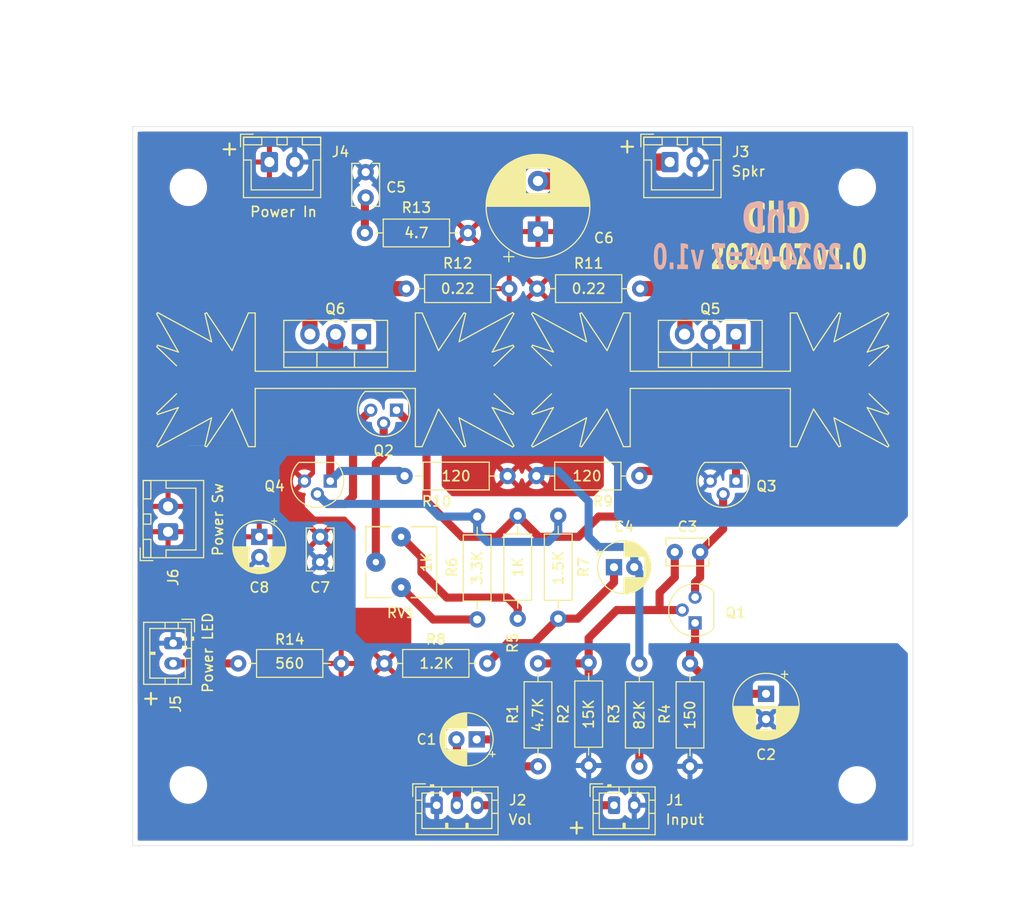
<source format=kicad_pcb>
(kicad_pcb (version 20240108) (generator "pcbnew") (generator_version "8.0")
  (title_block (title "Class AB Utility Audio Amplifier") (date "2024-09-01") (rev "1.1") (company "Chrisma Design"))
  (layers (0 "F.Cu" signal) (31 "B.Cu" signal) (36 "B.SilkS" user "B.Silkscreen") (37 "F.SilkS" user "F.Silkscreen") (38 "B.Mask" user) (39 "F.Mask" user) (44 "Edge.Cuts" user))
  (net 0 "")
  (net 1 "Net-(J2-Pin_2)")
  (net 2 "Net-(C1-Pad1)")
  (net 3 "Net-(Q1-E)")
  (net 4 "GND")
  (net 5 "Net-(Q1-C)")
  (net 6 "Net-(Q1-B)")
  (net 7 "Net-(C4-Pad2)")
  (net 8 "Net-(C4-Pad1)")
  (net 9 "Net-(C5-Pad1)")
  (net 10 "Net-(J3-Pin_1)")
  (net 11 "+12V")
  (net 12 "Net-(Q2-B)")
  (net 13 "Net-(Q2-C)")
  (net 14 "Net-(Q3-E)")
  (net 15 "Net-(Q4-E)")
  (net 16 "Net-(Q5-E)")
  (net 17 "Net-(Q6-E)")
  (net 18 "Net-(R5-Pad1)")
  (net 19 "Net-(R6-Pad2)")
  (net 20 "Net-(J5-Pin_2)")
  (net 21 "Net-(J1-Pin_1)")
  (net 22 "Net-(J4-Pin_1)")
  (footprint "Resistor_THT:R_Axial_DIN0207_L6.3mm_D2.5mm_P10.16mm_Horizontal" (layer "F.Cu") (at 133 124 -90)
    (property "Reference" "R3" (at 5 2.5 90) (layer "F.SilkS") (effects (font (thickness 0.16))))
    (property "Value" "82K" (at 5.08 0 90) (layer "F.SilkS") (effects (font (thickness 0.16))))
    (pad "1" thru_hole circle (at 0 0 270) (size 1.6 1.6) (drill 0.8) (layers "*.Cu" "*.Mask") (net 7 "Net-(C4-Pad2)"))
    (pad "2" thru_hole oval (at 10.16 0 270) (size 1.6 1.6) (drill 0.8) (layers "*.Cu" "*.Mask") (net 6 "Net-(Q1-B)"))
  )
  (footprint "Resistor_THT:R_Axial_DIN0207_L6.3mm_D2.5mm_P10.16mm_Horizontal" (layer "F.Cu") (at 93.42 124)
    (property "Reference" "R14" (at 5.08 -2.37 0) (layer "F.SilkS") (effects (font (thickness 0.16))))
    (property "Value" "560" (at 5.08 0 0) (layer "F.SilkS") (effects (font (thickness 0.16))))
    (pad "1" thru_hole circle (at 0 0) (size 1.6 1.6) (drill 0.8) (layers "*.Cu" "*.Mask") (net 20 "Net-(J5-Pin_2)"))
    (pad "2" thru_hole oval (at 10.16 0) (size 1.6 1.6) (drill 0.8) (layers "*.Cu" "*.Mask") (net 11 "+12V"))
  )
  (footprint "MountingHole:MountingHole_3.2mm_M3_ISO7380" (layer "F.Cu") (at 88.5 77)
    (property "Reference" "H1" (hide yes))
    (property "Value" "MountingHole")
    (pad "" np_thru_hole circle (at 0 0) (size 3.2 3.2) (drill 3.2) (layers "*.Cu" "*.Mask"))
  )
  (footprint "Package_TO_SOT_THT:TO-92" (layer "F.Cu") (at 102.5 106 180)
    (property "Reference" "Q4" (at 5.5 -0.5 180) (layer "F.SilkS") (effects (font (thickness 0.16))))
    (property "Value" "2N3904")
    (pad "1" thru_hole rect (at 0 0 180) (size 1.3 1.3) (drill 0.75) (layers "*.Cu" "*.Mask") (net 15 "Net-(Q4-E)"))
    (pad "2" thru_hole circle (at 1.27 -1.27 180) (size 1.3 1.3) (drill 0.75) (layers "*.Cu" "*.Mask") (net 13 "Net-(Q2-C)"))
    (pad "3" thru_hole circle (at 2.54 0 180) (size 1.3 1.3) (drill 0.75) (layers "*.Cu" "*.Mask") (net 11 "+12V"))
  )
  (footprint "Resistor_THT:R_Axial_DIN0207_L6.3mm_D2.5mm_P10.16mm_Horizontal" (layer "F.Cu") (at 107.84 124)
    (property "Reference" "R8" (at 5.08 -2.37 0) (layer "F.SilkS") (effects (font (thickness 0.16))))
    (property "Value" "1.2K" (at 5.16 0 0) (layer "F.SilkS") (effects (font (thickness 0.16))))
    (pad "1" thru_hole circle (at 0 0) (size 1.6 1.6) (drill 0.8) (layers "*.Cu" "*.Mask") (net 11 "+12V"))
    (pad "2" thru_hole oval (at 10.16 0) (size 1.6 1.6) (drill 0.8) (layers "*.Cu" "*.Mask") (net 8 "Net-(C4-Pad1)"))
  )
  (footprint "Capacitor_THT:C_Rect_L4.0mm_W2.5mm_P2.50mm" (layer "F.Cu") (at 101.5 111.5 -90)
    (property "Reference" "C7" (at 5 0 180) (layer "F.SilkS") (effects (font (thickness 0.16))))
    (property "Value" "0.1")
    (pad "1" thru_hole circle (at 0 0 270) (size 1.6 1.6) (drill 0.8) (layers "*.Cu" "*.Mask") (net 11 "+12V"))
    (pad "2" thru_hole circle (at 2.5 0 270) (size 1.6 1.6) (drill 0.8) (layers "*.Cu" "*.Mask") (net 4 "GND"))
  )
  (footprint "Amplifier:Potentiometer_Nidec_CT-6_Vertical" (layer "F.Cu") (at 109.5 114 90)
    (property "Reference" "RV1" (at -5 0 0) (layer "F.SilkS") (effects (font (thickness 0.16))))
    (property "Value" "1K" (at 0 2.5 90) (layer "F.SilkS") (effects (font (thickness 0.16))))
    (pad "1" thru_hole circle (at -2.5 0 90) (size 1.905 1.905) (drill 0.635) (layers "*.Cu" "*.Mask") (net 19 "Net-(R6-Pad2)"))
    (pad "2" thru_hole circle (at 0 -2.5 90) (size 1.905 1.905) (drill 0.635) (layers "*.Cu" "*.Mask") (net 12 "Net-(Q2-B)"))
    (pad "3" thru_hole circle (at 2.5 0 90) (size 1.905 1.905) (drill 0.635) (layers "*.Cu" "*.Mask") (net 18 "Net-(R5-Pad1)"))
  )
  (footprint "Amplifier:Aavid_531002B00000G_35x13mm" (layer "F.Cu") (at 103 96)
    (property "Reference" "HS1" (hide yes))
    (property "Value" "Heatsink" (hide yes))
  )
  (footprint "Package_TO_SOT_THT:TO-220-3_Vertical" (layer "F.Cu") (at 142.54 91.5 180)
    (property "Reference" "Q5" (at 2.54 2.5 0) (layer "F.SilkS") (effects (font (thickness 0.16))))
    (property "Value" "TIP32C")
    (pad "1" thru_hole rect (at 0 0 180) (size 1.905 2) (drill 1.1) (layers "*.Cu" "*.Mask") (net 14 "Net-(Q3-E)"))
    (pad "2" thru_hole oval (at 2.54 0 180) (size 1.905 2) (drill 1.1) (layers "*.Cu" "*.Mask") (net 4 "GND"))
    (pad "3" thru_hole oval (at 5.08 0 180) (size 1.905 2) (drill 1.1) (layers "*.Cu" "*.Mask") (net 16 "Net-(Q5-E)"))
  )
  (footprint "Package_TO_SOT_THT:TO-92" (layer "F.Cu") (at 138.5 120 90)
    (property "Reference" "Q1" (at 1 4 0) (layer "F.SilkS") (effects (font (thickness 0.16))))
    (property "Value" "2N3904")
    (pad "1" thru_hole rect (at 0 0 90) (size 1.3 1.3) (drill 0.75) (layers "*.Cu" "*.Mask") (net 3 "Net-(Q1-E)"))
    (pad "2" thru_hole circle (at 1.27 -1.27 90) (size 1.3 1.3) (drill 0.75) (layers "*.Cu" "*.Mask") (net 6 "Net-(Q1-B)"))
    (pad "3" thru_hole circle (at 2.54 0 90) (size 1.3 1.3) (drill 0.75) (layers "*.Cu" "*.Mask") (net 5 "Net-(Q1-C)"))
  )
  (footprint "MountingHole:MountingHole_3.2mm_M3_ISO7380" (layer "F.Cu") (at 154.5 136)
    (property "Reference" "H4" (hide yes))
    (property "Value" "MountingHole")
    (pad "" np_thru_hole circle (at 0 0) (size 3.2 3.2) (drill 3.2) (layers "*.Cu" "*.Mask"))
  )
  (footprint "Resistor_THT:R_Axial_DIN0207_L6.3mm_D2.5mm_P10.16mm_Horizontal" (layer "F.Cu") (at 120 105.5 180)
    (property "Reference" "R10" (at 7 -2.5 0) (layer "F.SilkS") (effects (font (thickness 0.16))))
    (property "Value" "120" (at 5.08 0 0) (layer "F.SilkS") (effects (font (thickness 0.16))))
    (pad "1" thru_hole circle (at 0 0 180) (size 1.6 1.6) (drill 0.8) (layers "*.Cu" "*.Mask") (net 7 "Net-(C4-Pad2)"))
    (pad "2" thru_hole oval (at 10.16 0 180) (size 1.6 1.6) (drill 0.8) (layers "*.Cu" "*.Mask") (net 15 "Net-(Q4-E)"))
  )
  (footprint "Connector_JST:JST_PH_B2B-PH-K_1x02_P2.00mm_Vertical" (layer "F.Cu") (at 87 122 -90)
    (property "Reference" "J5" (at 6 -0.25 90) (layer "F.SilkS") (effects (font (thickness 0.16))))
    (property "Value" "Power LED")
    (pad "1" thru_hole roundrect (at 0 0 270) (size 1.2 1.75) (drill 0.75) (layers "*.Cu" "*.Mask") (roundrect_rratio 0.208333) (net 4 "GND"))
    (pad "2" thru_hole oval (at 2 0 270) (size 1.2 1.75) (drill 0.75) (layers "*.Cu" "*.Mask") (net 20 "Net-(J5-Pin_2)"))
  )
  (footprint "Resistor_THT:R_Axial_DIN0207_L6.3mm_D2.5mm_P10.16mm_Horizontal" (layer "F.Cu") (at 128 123.92 -90)
    (property "Reference" "R2" (at 5.08 2.5 90) (layer "F.SilkS") (effects (font (thickness 0.16))))
    (property "Value" "15K" (at 5.08 0 90) (layer "F.SilkS") (effects (font (thickness 0.16))))
    (pad "1" thru_hole circle (at 0 0 270) (size 1.6 1.6) (drill 0.8) (layers "*.Cu" "*.Mask") (net 6 "Net-(Q1-B)"))
    (pad "2" thru_hole oval (at 10.16 0 270) (size 1.6 1.6) (drill 0.8) (layers "*.Cu" "*.Mask") (net 4 "GND"))
  )
  (footprint "Capacitor_THT:CP_Radial_D5.0mm_P2.00mm" (layer "F.Cu") (at 130.5 114.5)
    (property "Reference" "C4" (at 1 -4 0) (layer "F.SilkS") (effects (font (thickness 0.16))))
    (property "Value" "68u")
    (pad "1" thru_hole rect (at 0 0) (size 1.6 1.6) (drill 0.8) (layers "*.Cu" "*.Mask") (net 8 "Net-(C4-Pad1)"))
    (pad "2" thru_hole circle (at 2 0) (size 1.6 1.6) (drill 0.8) (layers "*.Cu" "*.Mask") (net 7 "Net-(C4-Pad2)"))
  )
  (footprint "Resistor_THT:R_Axial_DIN0207_L6.3mm_D2.5mm_P10.16mm_Horizontal" (layer "F.Cu") (at 122.84 105.5)
    (property "Reference" "R9" (at 6.58 2.5 0) (layer "F.SilkS") (effects (font (thickness 0.16))))
    (property "Value" "120" (at 5 0 0) (layer "F.SilkS") (effects (font (thickness 0.16))))
    (pad "1" thru_hole circle (at 0 0) (size 1.6 1.6) (drill 0.8) (layers "*.Cu" "*.Mask") (net 7 "Net-(C4-Pad2)"))
    (pad "2" thru_hole oval (at 10.16 0) (size 1.6 1.6) (drill 0.8) (layers "*.Cu" "*.Mask") (net 14 "Net-(Q3-E)"))
  )
  (footprint "MountingHole:MountingHole_3.2mm_M3_ISO7380" (layer "F.Cu") (at 154.5 77)
    (property "Reference" "H2" (hide yes))
    (property "Value" "MountingHole")
    (pad "" np_thru_hole circle (at 0 0) (size 3.2 3.2) (drill 3.2) (layers "*.Cu" "*.Mask"))
  )
  (footprint "Resistor_THT:R_Axial_DIN0207_L6.3mm_D2.5mm_P10.16mm_Horizontal" (layer "F.Cu") (at 116.08 81.5 180)
    (property "Reference" "R13" (at 5.08 2.5 0) (layer "F.SilkS") (effects (font (thickness 0.16))))
    (property "Value" "4.7" (at 5.08 0 0) (layer "F.SilkS") (effects (font (thickness 0.16))))
    (pad "1" thru_hole circle (at 0 0 180) (size 1.6 1.6) (drill 0.8) (layers "*.Cu" "*.Mask") (net 7 "Net-(C4-Pad2)"))
    (pad "2" thru_hole oval (at 10.16 0 180) (size 1.6 1.6) (drill 0.8) (layers "*.Cu" "*.Mask") (net 9 "Net-(C5-Pad1)"))
  )
  (footprint "Capacitor_THT:CP_Radial_D10.0mm_P5.00mm" (layer "F.Cu") (at 123 81.367677 90)
    (property "Reference" "C6" (at -0.632323 6.5 180) (layer "F.SilkS") (effects (font (thickness 0.16))))
    (property "Value" "470u")
    (pad "1" thru_hole rect (at 0 0 90) (size 2 2) (drill 1) (layers "*.Cu" "*.Mask") (net 7 "Net-(C4-Pad2)"))
    (pad "2" thru_hole circle (at 5 0 90) (size 2 2) (drill 1) (layers "*.Cu" "*.Mask") (net 10 "Net-(J3-Pin_1)"))
  )
  (footprint "Capacitor_THT:CP_Radial_D5.0mm_P2.00mm" (layer "F.Cu") (at 95.5 111.5 -90)
    (property "Reference" "C8" (at 5 0 180) (layer "F.SilkS") (effects (font (thickness 0.16))))
    (property "Value" "100u")
    (pad "1" thru_hole rect (at 0 0 270) (size 1.6 1.6) (drill 0.8) (layers "*.Cu" "*.Mask") (net 11 "+12V"))
    (pad "2" thru_hole circle (at 2 0 270) (size 1.6 1.6) (drill 0.8) (layers "*.Cu" "*.Mask") (net 4 "GND"))
  )
  (footprint "Capacitor_THT:C_Rect_L4.0mm_W2.5mm_P2.50mm" (layer "F.Cu") (at 136.5 113)
    (property "Reference" "C3" (at 1.25 -2.5 0) (layer "F.SilkS") (effects (font (thickness 0.16))))
    (property "Value" "22p")
    (pad "1" thru_hole circle (at 0 0) (size 1.6 1.6) (drill 0.8) (layers "*.Cu" "*.Mask") (net 6 "Net-(Q1-B)"))
    (pad "2" thru_hole circle (at 2.5 0) (size 1.6 1.6) (drill 0.8) (layers "*.Cu" "*.Mask") (net 5 "Net-(Q1-C)"))
  )
  (footprint "MountingHole:MountingHole_3.2mm_M3_ISO7380" (layer "F.Cu") (at 88.5 136)
    (property "Reference" "H3" (hide yes))
    (property "Value" "MountingHole")
    (pad "" np_thru_hole circle (at 0 0) (size 3.2 3.2) (drill 3.2) (layers "*.Cu" "*.Mask"))
  )
  (footprint "Resistor_THT:R_Axial_DIN0207_L6.3mm_D2.5mm_P10.16mm_Horizontal" (layer "F.Cu") (at 117 109.5 -90)
    (property "Reference" "R6" (at 5 2.5 90) (layer "F.SilkS") (effects (font (thickness 0.16))))
    (property "Value" "3.3K" (at 5.08 0 90) (layer "F.SilkS") (effects (font (thickness 0.16))))
    (pad "1" thru_hole circle (at 0 0 270) (size 1.6 1.6) (drill 0.8) (layers "*.Cu" "*.Mask") (net 13 "Net-(Q2-C)"))
    (pad "2" thru_hole oval (at 10.16 0 270) (size 1.6 1.6) (drill 0.8) (layers "*.Cu" "*.Mask") (net 19 "Net-(R6-Pad2)"))
  )
  (footprint "Resistor_THT:R_Axial_DIN0207_L6.3mm_D2.5mm_P10.16mm_Horizontal" (layer "F.Cu") (at 125 119.58 90)
    (property "Reference" "R7" (at 5.08 2.5 90) (layer "F.SilkS") (effects (font (thickness 0.16))))
    (property "Value" "1.5K" (at 5 0 90) (layer "F.SilkS") (effects (font (thickness 0.16))))
    (pad "1" thru_hole circle (at 0 0 90) (size 1.6 1.6) (drill 0.8) (layers "*.Cu" "*.Mask") (net 8 "Net-(C4-Pad1)"))
    (pad "2" thru_hole oval (at 10.16 0 90) (size 1.6 1.6) (drill 0.8) (layers "*.Cu" "*.Mask") (net 13 "Net-(Q2-C)"))
  )
  (footprint "Connector_JST:JST_PH_B3B-PH-K_1x03_P2.00mm_Vertical" (layer "F.Cu") (at 113 138)
    (property "Reference" "J2" (at 8 -0.5 0) (layer "F.SilkS") (effects (font (thickness 0.16))))
    (property "Value" "Volume")
    (pad "1" thru_hole roundrect (at 0 0) (size 1.2 1.75) (drill 0.75) (layers "*.Cu" "*.Mask") (roundrect_rratio 0.208333) (net 4 "GND"))
    (pad "2" thru_hole oval (at 2 0) (size 1.2 1.75) (drill 0.75) (layers "*.Cu" "*.Mask") (net 1 "Net-(J2-Pin_2)"))
    (pad "3" thru_hole oval (at 4 0) (size 1.2 1.75) (drill 0.75) (layers "*.Cu" "*.Mask") (net 21 "Net-(J1-Pin_1)"))
  )
  (footprint "Capacitor_THT:CP_Radial_D6.3mm_P2.50mm" (layer "F.Cu") (at 145.5 127 -90)
    (property "Reference" "C2" (at 6 0 0) (layer "F.SilkS") (effects (font (thickness 0.16))))
    (property "Value" "220u")
    (pad "1" thru_hole rect (at 0 0 270) (size 1.6 1.6) (drill 0.8) (layers "*.Cu" "*.Mask") (net 3 "Net-(Q1-E)"))
    (pad "2" thru_hole circle (at 2.5 0 270) (size 1.6 1.6) (drill 0.8) (layers "*.Cu" "*.Mask") (net 4 "GND"))
  )
  (footprint "Package_TO_SOT_THT:TO-92" (layer "F.Cu") (at 109.04 99 180)
    (property "Reference" "Q2" (at 1.27 -4 180) (layer "F.SilkS") (effects (font (thickness 0.16))))
    (property "Value" "2N3904")
    (pad "1" thru_hole rect (at 0 0 180) (size 1.3 1.3) (drill 0.75) (layers "*.Cu" "*.Mask") (net 5 "Net-(Q1-C)"))
    (pad "2" thru_hole circle (at 1.27 -1.27 180) (size 1.3 1.3) (drill 0.75) (layers "*.Cu" "*.Mask") (net 12 "Net-(Q2-B)"))
    (pad "3" thru_hole circle (at 2.54 0 180) (size 1.3 1.3) (drill 0.75) (layers "*.Cu" "*.Mask") (net 13 "Net-(Q2-C)"))
  )
  (footprint "Amplifier:Aavid_531002B00000G_35x13mm" (layer "F.Cu") (at 140 96)
    (property "Reference" "HS2" (hide yes))
    (property "Value" "Heatsink" (hide yes))
  )
  (footprint "Package_TO_SOT_THT:TO-220-3_Vertical" (layer "F.Cu") (at 105.58 91.5 180)
    (property "Reference" "Q6" (at 2.58 2.5 0) (layer "F.SilkS") (effects (font (thickness 0.16))))
    (property "Value" "TIP31C")
    (pad "1" thru_hole rect (at 0 0 180) (size 1.905 2) (drill 1.1) (layers "*.Cu" "*.Mask") (net 15 "Net-(Q4-E)"))
    (pad "2" thru_hole oval (at 2.54 0 180) (size 1.905 2) (drill 1.1) (layers "*.Cu" "*.Mask") (net 11 "+12V"))
    (pad "3" thru_hole oval (at 5.08 0 180) (size 1.905 2) (drill 1.1) (layers "*.Cu" "*.Mask") (net 17 "Net-(Q6-E)"))
  )
  (footprint "Connector_JST:JST_XH_B2B-XH-A_1x02_P2.50mm_Vertical" (layer "F.Cu") (at 86.5 111 90)
    (property "Reference" "J6" (at -4.5 0.5 90) (layer "F.SilkS") (effects (font (thickness 0.16))))
    (property "Value" "Power Switch")
    (pad "1" thru_hole roundrect (at 0 0 90) (size 1.7 2) (drill 1) (layers "*.Cu" "*.Mask") (roundrect_rratio 0.147059) (net 11 "+12V"))
    (pad "2" thru_hole oval (at 2.5 0 90) (size 1.7 2) (drill 1) (layers "*.Cu" "*.Mask") (net 22 "Net-(J4-Pin_1)"))
  )
  (footprint "Resistor_THT:R_Axial_DIN0207_L6.3mm_D2.5mm_P10.16mm_Horizontal" (layer "F.Cu") (at 122.92 87)
    (property "Reference" "R11" (at 5.08 -2.5 0) (layer "F.SilkS") (effects (font (thickness 0.16))))
    (property "Value" "0.22" (at 5.08 0 0) (layer "F.SilkS") (effects (font (thickness 0.16))))
    (pad "1" thru_hole circle (at 0 0) (size 1.6 1.6) (drill 0.8) (layers "*.Cu" "*.Mask") (net 7 "Net-(C4-Pad2)"))
    (pad "2" thru_hole oval (at 10.16 0) (size 1.6 1.6) (drill 0.8) (layers "*.Cu" "*.Mask") (net 16 "Net-(Q5-E)"))
  )
  (footprint "Resistor_THT:R_Axial_DIN0207_L6.3mm_D2.5mm_P10.16mm_Horizontal" (layer "F.Cu") (at 123 124 -90)
    (property "Reference" "R1" (at 5 2.5 90) (layer "F.SilkS") (effects (font (thickness 0.16))))
    (property "Value" "4.7K" (at 5.08 0 90) (layer "F.SilkS") (effects (font (thickness 0.16))))
    (pad "1" thru_hole circle (at 0 0 270) (size 1.6 1.6) (drill 0.8) (layers "*.Cu" "*.Mask") (net 6 "Net-(Q1-B)"))
    (pad "2" thru_hole oval (at 10.16 0 270) (size 1.6 1.6) (drill 0.8) (layers "*.Cu" "*.Mask") (net 2 "Net-(C1-Pad1)"))
  )
  (footprint "Capacitor_THT:C_Rect_L4.0mm_W2.5mm_P2.50mm" (layer "F.Cu") (at 106 78 90)
    (property "Reference" "C5" (at 1 3 180) (layer "F.SilkS") (effects (font (thickness 0.16))))
    (property "Value" "0.1")
    (pad "1" thru_hole circle (at 0 0 90) (size 1.6 1.6) (drill 0.8) (layers "*.Cu" "*.Mask") (net 9 "Net-(C5-Pad1)"))
    (pad "2" thru_hole circle (at 2.5 0 90) (size 1.6 1.6) (drill 0.8) (layers "*.Cu" "*.Mask") (net 4 "GND"))
  )
  (footprint "Resistor_THT:R_Axial_DIN0207_L6.3mm_D2.5mm_P10.16mm_Horizontal" (layer "F.Cu") (at 121 119.58 90)
    (property "Reference" "R5" (at -2.42 -0.5 90) (layer "F.SilkS") (effects (font (thickness 0.16))))
    (property "Value" "1K" (at 5.08 0 90) (layer "F.SilkS") (effects (font (thickness 0.16))))
    (pad "1" thru_hole circle (at 0 0 90) (size 1.6 1.6) (drill 0.8) (layers "*.Cu" "*.Mask") (net 18 "Net-(R5-Pad1)"))
    (pad "2" thru_hole oval (at 10.16 0 90) (size 1.6 1.6) (drill 0.8) (layers "*.Cu" "*.Mask") (net 5 "Net-(Q1-C)"))
  )
  (footprint "Resistor_THT:R_Axial_DIN0207_L6.3mm_D2.5mm_P10.16mm_Horizontal" (layer "F.Cu") (at 138 124 -90)
    (property "Reference" "R4" (at 5 2.5 90) (layer "F.SilkS") (effects (font (thickness 0.16))))
    (property "Value" "150" (at 5.08 0 90) (layer "F.SilkS") (effects (font (thickness 0.16))))
    (pad "1" thru_hole circle (at 0 0 270) (size 1.6 1.6) (drill 0.8) (layers "*.Cu" "*.Mask") (net 3 "Net-(Q1-E)"))
    (pad "2" thru_hole oval (at 10.16 0 270) (size 1.6 1.6) (drill 0.8) (layers "*.Cu" "*.Mask") (net 4 "GND"))
  )
  (footprint "Resistor_THT:R_Axial_DIN0207_L6.3mm_D2.5mm_P10.16mm_Horizontal" (layer "F.Cu") (at 110 87)
    (property "Reference" "R12" (at 5.08 -2.5 0) (layer "F.SilkS") (effects (font (thickness 0.16))))
    (property "Value" "0.22" (at 5.08 0 0) (layer "F.SilkS") (effects (font (thickness 0.16))))
    (pad "1" thru_hole circle (at 0 0) (size 1.6 1.6) (drill 0.8) (layers "*.Cu" "*.Mask") (net 17 "Net-(Q6-E)"))
    (pad "2" thru_hole oval (at 10.16 0) (size 1.6 1.6) (drill 0.8) (layers "*.Cu" "*.Mask") (net 7 "Net-(C4-Pad2)"))
  )
  (footprint "Capacitor_THT:CP_Radial_D5.0mm_P2.00mm" (layer "F.Cu") (at 116.955113 131.5 180)
    (property "Reference" "C1" (at 4.955113 0 0) (layer "F.SilkS") (effects (font (thickness 0.16))))
    (property "Value" "100u")
    (pad "1" thru_hole rect (at 0 0 180) (size 1.6 1.6) (drill 0.8) (layers "*.Cu" "*.Mask") (net 2 "Net-(C1-Pad1)"))
    (pad "2" thru_hole circle (at 2 0 180) (size 1.6 1.6) (drill 0.8) (layers "*.Cu" "*.Mask") (net 1 "Net-(J2-Pin_2)"))
  )
  (footprint "Connector_JST:JST_XH_B2B-XH-A_1x02_P2.50mm_Vertical" (layer "F.Cu") (at 96.5 74.5)
    (property "Reference" "J4" (at 7 -1 0) (layer "F.SilkS") (effects (font (thickness 0.16))))
    (property "Value" "Power In")
    (pad "1" thru_hole roundrect (at 0 0) (size 1.7 2) (drill 1) (layers "*.Cu" "*.Mask") (roundrect_rratio 0.147059) (net 22 "Net-(J4-Pin_1)"))
    (pad "2" thru_hole oval (at 2.5 0) (size 1.7 2) (drill 1) (layers "*.Cu" "*.Mask") (net 4 "GND"))
  )
  (footprint "Connector_JST:JST_XH_B2B-XH-A_1x02_P2.50mm_Vertical" (layer "F.Cu") (at 136 74.5)
    (property "Reference" "J3" (at 7 -1 0) (layer "F.SilkS") (effects (font (thickness 0.16))))
    (property "Value" "Speaker")
    (pad "1" thru_hole roundrect (at 0 0) (size 1.7 2) (drill 1) (layers "*.Cu" "*.Mask") (roundrect_rratio 0.147059) (net 10 "Net-(J3-Pin_1)"))
    (pad "2" thru_hole oval (at 2.5 0) (size 1.7 2) (drill 1) (layers "*.Cu" "*.Mask") (net 4 "GND"))
  )
  (footprint "Package_TO_SOT_THT:TO-92" (layer "F.Cu") (at 142.54 106 180)
    (property "Reference" "Q3" (at -3 -0.5 180) (layer "F.SilkS") (effects (font (thickness 0.16))))
    (property "Value" "2N3906")
    (pad "1" thru_hole rect (at 0 0 180) (size 1.3 1.3) (drill 0.75) (layers "*.Cu" "*.Mask") (net 14 "Net-(Q3-E)"))
    (pad "2" thru_hole circle (at 1.27 -1.27 180) (size 1.3 1.3) (drill 0.75) (layers "*.Cu" "*.Mask") (net 5 "Net-(Q1-C)"))
    (pad "3" thru_hole circle (at 2.54 0 180) (size 1.3 1.3) (drill 0.75) (layers "*.Cu" "*.Mask") (net 4 "GND"))
  )
  (footprint "Connector_JST:JST_PH_B2B-PH-K_1x02_P2.00mm_Vertical" (layer "F.Cu") (at 130.5 138)
    (property "Reference" "J1" (at 6 -0.5 0) (layer "F.SilkS") (effects (font (thickness 0.16))))
    (property "Value" "Audio In")
    (pad "1" thru_hole roundrect (at 0 0) (size 1.2 1.75) (drill 0.75) (layers "*.Cu" "*.Mask") (roundrect_rratio 0.208333) (net 21 "Net-(J1-Pin_1)"))
    (pad "2" thru_hole oval (at 2 0) (size 1.2 1.75) (drill 0.75) (layers "*.Cu" "*.Mask") (net 4 "GND"))
  )
  (gr_rect (start 83 71) (end 160 142) (stroke (width 0.05)) (fill none) (layer "Edge.Cuts"))
  (gr_text "ChD" (at 149.5 82 0) (layer "B.SilkS") (effects (font (size 3 2) (thickness 0.45) (bold yes) (italic yes)) (justify left bottom mirror)))
  (gr_text "2024-09=7 v1.0" (at 153 85.5 0) (layer "B.SilkS") (effects (font (size 2.5 1.5) (thickness 0.375) (bold yes)) (justify left bottom mirror)))
  (gr_text "Spkr" (at 142 76 0) (layer "F.SilkS") (effects (font (size 1 1) (thickness 0.16)) (justify left bottom)))
  (gr_text "+" (at 125.75 141 0) (layer "F.SilkS") (effects (font (size 1.5 1.5) (thickness 0.2)) (justify left bottom)))
  (gr_text "Power LED" (at 91 127 90) (layer "F.SilkS") (effects (font (size 1 1) (thickness 0.16)) (justify left bottom)))
  (gr_text "ChD" (at 143.5 82 0) (layer "F.SilkS") (effects (font (size 3 2) (thickness 0.45) (bold yes) (italic yes)) (justify left bottom)))
  (gr_text "+" (at 130.75 73.75 0) (layer "F.SilkS") (effects (font (size 1.5 1.5) (thickness 0.2)) (justify left bottom)))
  (gr_text "+" (at 83.75 128.25 0) (layer "F.SilkS") (effects (font (size 1.5 1.5) (thickness 0.2)) (justify left bottom)))
  (gr_text "Input" (at 135.5 140 0) (layer "F.SilkS") (effects (font (size 1 1) (thickness 0.16)) (justify left bottom)))
  (gr_text "+" (at 91.5 74 0) (layer "F.SilkS") (effects (font (size 1.5 1.5) (thickness 0.2)) (justify left bottom)))
  (gr_text "Power In" (at 94.5 80 0) (layer "F.SilkS") (effects (font (size 1 1) (thickness 0.16)) (justify left bottom)))
  (gr_text "Vol" (at 120 140 0) (layer "F.SilkS") (effects (font (size 1 1) (thickness 0.16)) (justify left bottom)))
  (gr_text "Power Sw" (at 92 113.5 90) (layer "F.SilkS") (effects (font (size 1 1) (thickness 0.16)) (justify left bottom)))
  (gr_text "2024-07 v1.0" (at 140 85.5 0) (layer "F.SilkS") (effects (font (size 2.5 1.5) (thickness 0.375) (bold yes)) (justify left bottom)))
  (segment (start 115 131.544887) (end 114.955113 131.5) (width 0.8) (layer "F.Cu") (net 1))
  (segment (start 115 138) (end 115 131.544887) (width 0.8) (layer "F.Cu") (net 1))
  (segment (start 118.5 131.5) (end 121.16 134.16) (width 0.8) (layer "F.Cu") (net 2))
  (segment (start 121.16 134.16) (end 123 134.16) (width 0.8) (layer "F.Cu") (net 2))
  (segment (start 116.955113 131.5) (end 118.5 131.5) (width 0.8) (layer "F.Cu") (net 2))
  (segment (start 141 127) (end 145.5 127) (width 0.8) (layer "F.Cu") (net 3))
  (segment (start 138 122.5) (end 138.5 122) (width 0.8) (layer "F.Cu") (net 3))
  (segment (start 138 124) (end 141 127) (width 0.8) (layer "F.Cu") (net 3))
  (segment (start 138.5 122) (end 138.5 120) (width 0.8) (layer "F.Cu") (net 3))
  (segment (start 138 124) (end 138 122.5) (width 0.8) (layer "F.Cu") (net 3))
  (segment (start 138.5 116) (end 139 115.5) (width 0.8) (layer "F.Cu") (net 5))
  (segment (start 129 109.5) (end 127 111.5) (width 0.8) (layer "F.Cu") (net 5))
  (segment (start 139 115.5) (end 139 113) (width 0.8) (layer "F.Cu") (net 5))
  (segment (start 123.08 111.5) (end 121 109.42) (width 0.8) (layer "F.Cu") (net 5))
  (segment (start 141.27 110.73) (end 141.27 107.27) (width 0.8) (layer "F.Cu") (net 5))
  (segment (start 112 108) (end 112 101.96) (width 0.8) (layer "F.Cu") (net 5))
  (segment (start 112 101.96) (end 109.04 99) (width 0.8) (layer "F.Cu") (net 5))
  (segment (start 118.92 111.5) (end 115.5 111.5) (width 0.8) (layer "F.Cu") (net 5))
  (segment (start 115.5 111.5) (end 112 108) (width 0.8) (layer "F.Cu") (net 5))
  (segment (start 121 109.42) (end 118.92 111.5) (width 0.8) (layer "F.Cu") (net 5))
  (segment (start 127 111.5) (end 123.08 111.5) (width 0.8) (layer "F.Cu") (net 5))
  (segment (start 141.27 109.5) (end 129 109.5) (width 0.8) (layer "F.Cu") (net 5))
  (segment (start 138.5 117.46) (end 138.5 116) (width 0.8) (layer "F.Cu") (net 5))
  (segment (start 139 113) (end 141.27 110.73) (width 0.8) (layer "F.Cu") (net 5))
  (segment (start 130.77 118.73) (end 135 118.73) (width 0.8) (layer "F.Cu") (net 6))
  (segment (start 136.5 115.5) (end 135 117) (width 0.8) (layer "F.Cu") (net 6))
  (segment (start 135 117) (end 135 118.73) (width 0.8) (layer "F.Cu") (net 6))
  (segment (start 128 126.5) (end 133 131.5) (width 0.8) (layer "F.Cu") (net 6))
  (segment (start 128 123.92) (end 128 121.5) (width 0.8) (layer "F.Cu") (net 6))
  (segment (start 136.5 113) (end 136.5 115.5) (width 0.8) (layer "F.Cu") (net 6))
  (segment (start 128 121.5) (end 130.77 118.73) (width 0.8) (layer "F.Cu") (net 6))
  (segment (start 133 131.5) (end 133 134.16) (width 0.8) (layer "F.Cu") (net 6))
  (segment (start 135 118.73) (end 137.23 118.73) (width 0.8) (layer "F.Cu") (net 6))
  (segment (start 127.92 124) (end 128 123.92) (width 0.8) (layer "F.Cu") (net 6))
  (segment (start 128 123.92) (end 128 126.5) (width 0.8) (layer "F.Cu") (net 6))
  (segment (start 123 124) (end 127.92 124) (width 0.8) (layer "F.Cu") (net 6))
  (segment (start 132.5 114.5) (end 132.5 113) (width 0.8) (layer "B.Cu") (net 7))
  (segment (start 133 115) (end 132.5 114.5) (width 0.8) (layer "B.Cu") (net 7))
  (segment (start 132.5 113) (end 132 112.5) (width 0.8) (layer "B.Cu") (net 7))
  (segment (start 128 108) (end 125 105) (width 0.8) (layer "B.Cu") (net 7))
  (segment (start 125 105) (end 122.84 105) (width 0.8) (layer "B.Cu") (net 7))
  (segment (start 132 112.5) (end 129 112.5) (width 0.8) (layer "B.Cu") (net 7))
  (segment (start 128 111.5) (end 128 108) (width 0.8) (layer "B.Cu") (net 7))
  (segment (start 133 124) (end 133 115) (width 0.8) (layer "B.Cu") (net 7))
  (segment (start 129 112.5) (end 128 111.5) (width 0.8) (layer "B.Cu") (net 7))
  (segment (start 130.5 116) (end 130.5 114.5) (width 0.8) (layer "F.Cu") (net 8))
  (segment (start 122.58 122) (end 125 119.58) (width 0.8) (layer "F.Cu") (net 8))
  (segment (start 125 119.58) (end 126.92 119.58) (width 0.8) (layer "F.Cu") (net 8))
  (segment (start 118 124) (end 120 122) (width 0.8) (layer "F.Cu") (net 8))
  (segment (start 126.92 119.58) (end 130.5 116) (width 0.8) (layer "F.Cu") (net 8))
  (segment (start 120 122) (end 122.58 122) (width 0.8) (layer "F.Cu") (net 8))
  (segment (start 105.92 81.5) (end 105.92 78.08) (width 0.8) (layer "F.Cu") (net 9))
  (segment (start 105.92 78.08) (end 106 78) (width 0.8) (layer "F.Cu") (net 9))
  (segment (start 128.632323 76.367677) (end 130.5 74.5) (width 1.7) (layer "F.Cu") (net 10))
  (segment (start 123 76.367677) (end 128.632323 76.367677) (width 1.7) (layer "F.Cu") (net 10))
  (segment (start 130.5 74.5) (end 136 74.5) (width 1.7) (layer "F.Cu") (net 10))
  (segment (start 103.04 93.96) (end 103.04 91.5) (width 1.5) (layer "F.Cu") (net 11))
  (segment (start 107.77 100.27) (end 107.77 103.48) (width 0.8) (layer "F.Cu") (net 12))
  (segment (start 107.77 103.48) (end 107 104.25) (width 0.8) (layer "F.Cu") (net 12))
  (segment (start 107 104.25) (end 107 114) (width 0.8) (layer "F.Cu") (net 12))
  (segment (start 102.21 108.25) (end 104 108.25) (width 0.8) (layer "F.Cu") (net 13))
  (segment (start 104.75 107.5) (end 104.75 100.75) (width 0.8) (layer "F.Cu") (net 13))
  (segment (start 101.23 107.27) (end 102.21 108.25) (width 0.8) (layer "F.Cu") (net 13))
  (segment (start 104 108.25) (end 104.75 107.5) (width 0.8) (layer "F.Cu") (net 13))
  (segment (start 104.75 100.75) (end 106.5 99) (width 0.8) (layer "F.Cu") (net 13))
  (segment (start 113.25 109.5) (end 112 108.25) (width 0.8) (layer "B.Cu") (net 13))
  (segment (start 117 111) (end 117 109.42) (width 0.8) (layer "B.Cu") (net 13))
  (segment (start 117 109.5) (end 113.25 109.5) (width 0.8) (layer "B.Cu") (net 13))
  (segment (start 124 112) (end 118 112) (width 0.8) (layer "B.Cu") (net 13))
  (segment (start 102.21 108.25) (end 112 108.25) (width 0.8) (layer "B.Cu") (net 13))
  (segment (start 125 111) (end 124 112) (width 0.8) (layer "B.Cu") (net 13))
  (segment (start 118 112) (end 117 111) (width 0.8) (layer "B.Cu") (net 13))
  (segment (start 125 109.5) (end 125 111) (width 0.8) (layer "B.Cu") (net 13))
  (segment (start 101.23 107.27) (end 102.21 108.25) (width 0.8) (layer "B.Cu") (net 13))
  (segment (start 137 103) (end 142.5 103) (width 0.8) (layer "F.Cu") (net 14))
  (segment (start 142.54 106) (end 142.54 91.96) (width 0.8) (layer "F.Cu") (net 14))
  (segment (start 142.54 91.96) (end 143 91.5) (width 0.8) (layer "F.Cu") (net 14))
  (segment (start 135 105) (end 137 103) (width 0.8) (layer "F.Cu") (net 14))
  (segment (start 133 105) (end 135 105) (width 0.8) (layer "F.Cu") (net 14))
  (segment (start 102.5 100) (end 105.58 96.92) (width 0.8) (layer "F.Cu") (net 15))
  (segment (start 105.58 96.92) (end 105.58 91.5) (width 0.8) (layer "F.Cu") (net 15))
  (segment (start 102.5 106) (end 102.5 100) (width 0.8) (layer "F.Cu") (net 15))
  (segment (start 109.34 105) (end 109.84 105.5) (width 0.8) (layer "B.Cu") (net 15))
  (segment (start 102.5 106) (end 103.5 105) (width 0.8) (layer "B.Cu") (net 15))
  (segment (start 103.5 105) (end 109.34 105) (width 0.8) (layer "B.Cu") (net 15))
  (segment (start 137.5 88.42) (end 136.08 87) (width 1.5) (layer "F.Cu") (net 16))
  (segment (start 136.08 87) (end 133.08 87) (width 1.5) (layer "F.Cu") (net 16))
  (segment (start 137.5 91.5) (end 137.5 88.42) (width 1.5) (layer "F.Cu") (net 16))
  (segment (start 101.5 87) (end 110 87) (width 1.5) (layer "F.Cu") (net 17))
  (segment (start 100.5 88) (end 101.5 87) (width 1.5) (layer "F.Cu") (net 17))
  (segment (start 100.5 91.5) (end 100.5 88) (width 1.5) (layer "F.Cu") (net 17))
  (segment (start 111.5 115) (end 111.5 113.5) (width 0.8) (layer "F.Cu") (net 18))
  (segment (start 114 117.5) (end 111.5 115) (width 0.8) (layer "F.Cu") (net 18))
  (segment (start 111.5 113.5) (end 109.5 111.5) (width 0.8) (layer "F.Cu") (net 18))
  (segment (start 120 117.5) (end 114 117.5) (width 0.8) (layer "F.Cu") (net 18))
  (segment (start 121 118.5) (end 120 117.5) (width 0.8) (layer "F.Cu") (net 18))
  (segment (start 121 119.58) (end 121 118.5) (width 0.8) (layer "F.Cu") (net 18))
  (segment (start 117 119.66) (end 112.66 119.66) (width 0.8) (layer "F.Cu") (net 19))
  (segment (start 112.66 119.66) (end 109.5 116.5) (width 0.8) (layer "F.Cu") (net 19))
  (segment (start 87 124) (end 93.42 124) (width 0.8) (layer "F.Cu") (net 20))
  (segment (start 117 138) (end 130.5 138) (width 0.8) (layer "F.Cu") (net 21))
  (zone (net 7) (net_name "Net-(C4-Pad2)") (layer "F.Cu") (priority 4) (connect_pads (clearance 0.5)) (min_thickness 0.35) (fill yes (thermal_gap 0.5) (thermal_bridge_width 0.5))
    (polygon (pts (xy 114.5 79) (xy 113.5 80) (xy 113.5 106.5) (xy 114.5 107.5) (xy 128.5 107.5) (xy 129.5 106.5) (xy 129.5 80) (xy 128.5 79)))
  )
  (zone (net 22) (net_name "Net-(J4-Pin_1)") (layer "F.Cu") (connect_pads (clearance 0.5)) (min_thickness 0.25) (fill yes (thermal_gap 0.5) (thermal_bridge_width 0.5) (smoothing chamfer) (radius 0.4))
    (polygon (pts (xy 83.5 71.5) (xy 97 71.5) (xy 97 77) (xy 94.5 77) (xy 93 78.5) (xy 90 81.5) (xy 88.5 83) (xy 88.5 109) (xy 83.5 109)))
  )
  (zone (net 11) (net_name "+12V") (layer "F.Cu") (priority 3) (connect_pads (clearance 0.5)) (min_thickness 0.25) (fill yes (thermal_gap 0.5) (thermal_bridge_width 0.5))
    (polygon (pts (xy 83.5 110.5) (xy 89 110.5) (xy 90 109.5) (xy 90 94) (xy 91 93) (xy 102 93) (xy 104 93) (xy 104 96.5) (xy 101 100) (xy 101 106.5) (xy 100 107.5) (xy 100 108.5) (xy 101 109.5) (xy 104 109.5) (xy 105 110.5) (xy 105 118.5) (xy 109.5 118.5) (xy 110.5 119.5) (xy 110.5 127) (xy 109.5 128) (xy 83.5 128)))
  )
  (zone (net 4) (net_name "GND") (layer "B.Cu") (priority 1) (connect_pads (clearance 0.5)) (min_thickness 0.25) (fill yes (thermal_gap 0.5) (thermal_bridge_width 0.5))
    (polygon (pts (xy 83.5 71.5) (xy 83.5 103.5) (xy 129.5 103.5) (xy 130.5 104.5) (xy 130.5 109.5) (xy 131.5 110.5) (xy 158.5 110.5) (xy 159.5 109.5) (xy 159.5 71.5)))
  )
  (zone (net 4) (net_name "GND") (layer "B.Cu") (priority 2) (connect_pads (clearance 0.5)) (min_thickness 0.25) (fill yes (thermal_gap 0.5) (thermal_bridge_width 0.5))
    (polygon (pts (xy 83.5 102.5) (xy 99 102.5) (xy 97.5 104.5) (xy 97.5 109) (xy 98.5 110) (xy 104 110) (xy 105 111) (xy 105 121) (xy 106 122) (xy 158.5 122) (xy 159.5 123) (xy 159.5 141.5) (xy 83.5 141.5)))
  )
)
</source>
